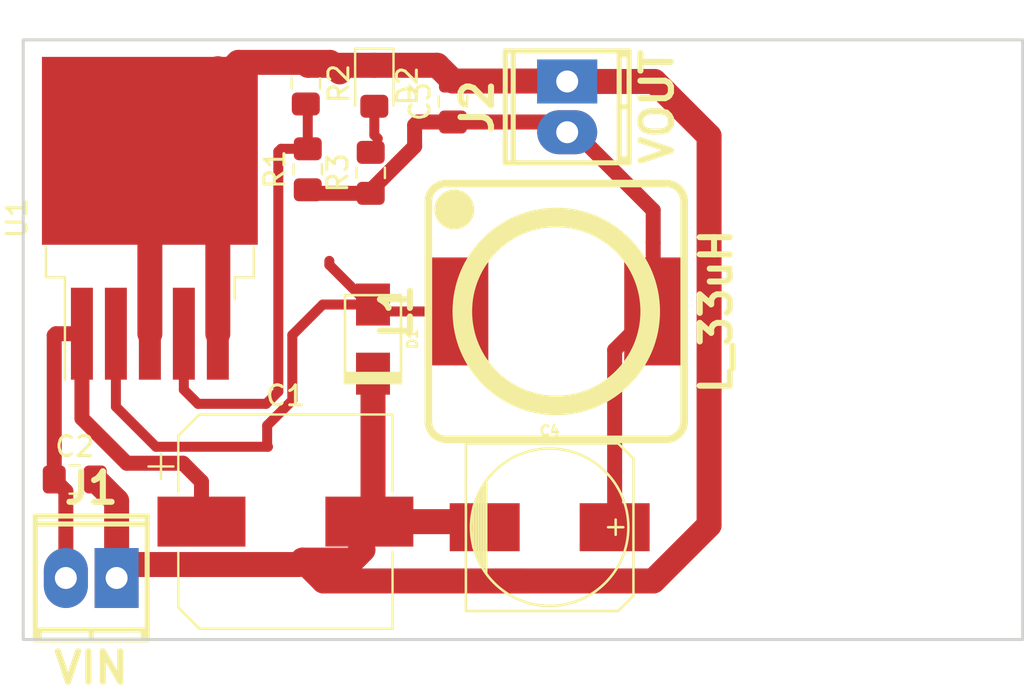
<source format=kicad_pcb>
(kicad_pcb (version 20171130) (host pcbnew 5.0.1-33cea8e~68~ubuntu18.04.1)

  (general
    (thickness 1.6)
    (drawings 4)
    (tracks 80)
    (zones 0)
    (modules 13)
    (nets 7)
  )

  (page A4)
  (layers
    (0 F.Cu signal)
    (31 B.Cu signal)
    (32 B.Adhes user)
    (33 F.Adhes user)
    (34 B.Paste user)
    (35 F.Paste user)
    (36 B.SilkS user)
    (37 F.SilkS user)
    (38 B.Mask user)
    (39 F.Mask user)
    (40 Dwgs.User user)
    (41 Cmts.User user)
    (42 Eco1.User user)
    (43 Eco2.User user)
    (44 Edge.Cuts user)
    (45 Margin user)
    (46 B.CrtYd user)
    (47 F.CrtYd user)
    (48 B.Fab user)
    (49 F.Fab user)
  )

  (setup
    (last_trace_width 0.5)
    (trace_clearance 0.2)
    (zone_clearance 0.508)
    (zone_45_only no)
    (trace_min 0.2)
    (segment_width 0.2)
    (edge_width 0.15)
    (via_size 0.8)
    (via_drill 0.4)
    (via_min_size 0.4)
    (via_min_drill 0.3)
    (uvia_size 0.3)
    (uvia_drill 0.1)
    (uvias_allowed no)
    (uvia_min_size 0.2)
    (uvia_min_drill 0.1)
    (pcb_text_width 0.3)
    (pcb_text_size 1.5 1.5)
    (mod_edge_width 0.15)
    (mod_text_size 1 1)
    (mod_text_width 0.15)
    (pad_size 1.524 1.524)
    (pad_drill 0.762)
    (pad_to_mask_clearance 0.051)
    (solder_mask_min_width 0.25)
    (aux_axis_origin 0 0)
    (visible_elements FFF9FFFF)
    (pcbplotparams
      (layerselection 0x010fc_ffffffff)
      (usegerberextensions false)
      (usegerberattributes false)
      (usegerberadvancedattributes false)
      (creategerberjobfile false)
      (excludeedgelayer true)
      (linewidth 0.100000)
      (plotframeref false)
      (viasonmask false)
      (mode 1)
      (useauxorigin false)
      (hpglpennumber 1)
      (hpglpenspeed 20)
      (hpglpendiameter 15.000000)
      (psnegative false)
      (psa4output false)
      (plotreference true)
      (plotvalue true)
      (plotinvisibletext false)
      (padsonsilk false)
      (subtractmaskfromsilk false)
      (outputformat 1)
      (mirror false)
      (drillshape 1)
      (scaleselection 1)
      (outputdirectory ""))
  )

  (net 0 "")
  (net 1 VOUT)
  (net 2 GND)
  (net 3 "Net-(D1-Pad1)")
  (net 4 "Net-(R1-Pad2)")
  (net 5 VIN)
  (net 6 "Net-(D2-Pad2)")

  (net_class Default "This is the default net class."
    (clearance 0.2)
    (trace_width 0.5)
    (via_dia 0.8)
    (via_drill 0.4)
    (uvia_dia 0.3)
    (uvia_drill 0.1)
    (add_net "Net-(D1-Pad1)")
    (add_net "Net-(D2-Pad2)")
    (add_net "Net-(R1-Pad2)")
  )

  (net_class GND ""
    (clearance 0.2)
    (trace_width 1.25)
    (via_dia 1.5)
    (via_drill 0.4)
    (uvia_dia 0.3)
    (uvia_drill 0.1)
    (add_net GND)
  )

  (net_class PWR ""
    (clearance 0.2)
    (trace_width 0.75)
    (via_dia 1)
    (via_drill 0.4)
    (uvia_dia 0.3)
    (uvia_drill 0.1)
    (add_net VIN)
    (add_net VOUT)
  )

  (module footprint-lib:mpt_0,5%2f2-2,54 (layer F.Cu) (tedit 5BD437F9) (tstamp 5BD44226)
    (at 42.2148 18.3515 90)
    (descr "2-way 2.54mm pitch terminal block, Phoenix MPT series")
    (path /5BD4A6A9)
    (fp_text reference J2 (at 0 -4.50088 90) (layer F.SilkS)
      (effects (font (size 1.524 1.524) (thickness 0.3048)))
    )
    (fp_text value VOUT (at 0 4.50088 90) (layer F.SilkS)
      (effects (font (size 1.524 1.524) (thickness 0.3048)))
    )
    (fp_line (start 2.79908 2.60096) (end -2.79908 2.60096) (layer F.SilkS) (width 0.254))
    (fp_line (start -2.60096 3.0988) (end -2.60096 2.60096) (layer F.SilkS) (width 0.254))
    (fp_line (start 2.60096 2.60096) (end 2.60096 3.0988) (layer F.SilkS) (width 0.254))
    (fp_line (start 0 3.0988) (end 0 2.60096) (layer F.SilkS) (width 0.254))
    (fp_line (start -2.79908 -2.70002) (end 2.79908 -2.70002) (layer F.SilkS) (width 0.254))
    (fp_line (start -2.79908 3.0988) (end 2.79908 3.0988) (layer F.SilkS) (width 0.254))
    (fp_line (start 2.79908 3.0988) (end 2.79908 -3.0988) (layer F.SilkS) (width 0.254))
    (fp_line (start 2.79908 -3.0988) (end -2.79908 -3.0988) (layer F.SilkS) (width 0.254))
    (fp_line (start -2.79908 -3.0988) (end -2.79908 3.0988) (layer F.SilkS) (width 0.254))
    (pad 2 thru_hole oval (at -1.27 0 90) (size 2.2 3) (drill 1.09728) (layers *.Cu *.Mask)
      (net 1 VOUT))
    (pad 1 thru_hole rect (at 1.27 0 90) (size 2.2 3) (drill 1.09728) (layers *.Cu *.Mask)
      (net 2 GND))
    (model ${HOME}/_workspace/kicad/kicad_library/smisioto-footprints/modules/packages3d/walter/conn_mpt/mpt_0,5-2-2,54.wrl
      (at (xyz 0 0 0))
      (scale (xyz 1 1 1))
      (rotate (xyz 0 0 0))
    )
  )

  (module footprint-lib:mpt_0,5%2f2-2,54 (layer F.Cu) (tedit 5BD437F9) (tstamp 5BD44250)
    (at 18.4023 41.9227)
    (descr "2-way 2.54mm pitch terminal block, Phoenix MPT series")
    (path /5BD4A65B)
    (fp_text reference J1 (at 0 -4.50088) (layer F.SilkS)
      (effects (font (size 1.524 1.524) (thickness 0.3048)))
    )
    (fp_text value VIN (at 0 4.50088) (layer F.SilkS)
      (effects (font (size 1.524 1.524) (thickness 0.3048)))
    )
    (fp_line (start 2.79908 2.60096) (end -2.79908 2.60096) (layer F.SilkS) (width 0.254))
    (fp_line (start -2.60096 3.0988) (end -2.60096 2.60096) (layer F.SilkS) (width 0.254))
    (fp_line (start 2.60096 2.60096) (end 2.60096 3.0988) (layer F.SilkS) (width 0.254))
    (fp_line (start 0 3.0988) (end 0 2.60096) (layer F.SilkS) (width 0.254))
    (fp_line (start -2.79908 -2.70002) (end 2.79908 -2.70002) (layer F.SilkS) (width 0.254))
    (fp_line (start -2.79908 3.0988) (end 2.79908 3.0988) (layer F.SilkS) (width 0.254))
    (fp_line (start 2.79908 3.0988) (end 2.79908 -3.0988) (layer F.SilkS) (width 0.254))
    (fp_line (start 2.79908 -3.0988) (end -2.79908 -3.0988) (layer F.SilkS) (width 0.254))
    (fp_line (start -2.79908 -3.0988) (end -2.79908 3.0988) (layer F.SilkS) (width 0.254))
    (pad 2 thru_hole oval (at -1.27 0) (size 2.2 3) (drill 1.09728) (layers *.Cu *.Mask)
      (net 5 VIN))
    (pad 1 thru_hole rect (at 1.27 0) (size 2.2 3) (drill 1.09728) (layers *.Cu *.Mask)
      (net 2 GND))
    (model ${HOME}/_workspace/kicad/kicad_library/smisioto-footprints/modules/packages3d/walter/conn_mpt/mpt_0,5-2-2,54.wrl
      (at (xyz 0 0 0))
      (scale (xyz 1 1 1))
      (rotate (xyz 0 0 0))
    )
  )

  (module Resistor_SMD:R_0805_2012Metric_Pad1.15x1.40mm_HandSolder (layer F.Cu) (tedit 5B36C52B) (tstamp 5BE26242)
    (at 32.385 21.6535 90)
    (descr "Resistor SMD 0805 (2012 Metric), square (rectangular) end terminal, IPC_7351 nominal with elongated pad for handsoldering. (Body size source: https://docs.google.com/spreadsheets/d/1BsfQQcO9C6DZCsRaXUlFlo91Tg2WpOkGARC1WS5S8t0/edit?usp=sharing), generated with kicad-footprint-generator")
    (tags "resistor handsolder")
    (path /5BD4595D)
    (attr smd)
    (fp_text reference R3 (at 0 -1.65 90) (layer F.SilkS)
      (effects (font (size 1 1) (thickness 0.15)))
    )
    (fp_text value R511 (at 0 1.65 90) (layer F.Fab)
      (effects (font (size 1 1) (thickness 0.15)))
    )
    (fp_line (start -1 0.6) (end -1 -0.6) (layer F.Fab) (width 0.1))
    (fp_line (start -1 -0.6) (end 1 -0.6) (layer F.Fab) (width 0.1))
    (fp_line (start 1 -0.6) (end 1 0.6) (layer F.Fab) (width 0.1))
    (fp_line (start 1 0.6) (end -1 0.6) (layer F.Fab) (width 0.1))
    (fp_line (start -0.261252 -0.71) (end 0.261252 -0.71) (layer F.SilkS) (width 0.12))
    (fp_line (start -0.261252 0.71) (end 0.261252 0.71) (layer F.SilkS) (width 0.12))
    (fp_line (start -1.85 0.95) (end -1.85 -0.95) (layer F.CrtYd) (width 0.05))
    (fp_line (start -1.85 -0.95) (end 1.85 -0.95) (layer F.CrtYd) (width 0.05))
    (fp_line (start 1.85 -0.95) (end 1.85 0.95) (layer F.CrtYd) (width 0.05))
    (fp_line (start 1.85 0.95) (end -1.85 0.95) (layer F.CrtYd) (width 0.05))
    (fp_text user %R (at 0 0 90) (layer F.Fab)
      (effects (font (size 0.5 0.5) (thickness 0.08)))
    )
    (pad 1 smd roundrect (at -1.025 0 90) (size 1.15 1.4) (layers F.Cu F.Paste F.Mask) (roundrect_rratio 0.217391)
      (net 1 VOUT))
    (pad 2 smd roundrect (at 1.025 0 90) (size 1.15 1.4) (layers F.Cu F.Paste F.Mask) (roundrect_rratio 0.217391)
      (net 6 "Net-(D2-Pad2)"))
    (model ${KISYS3DMOD}/Resistor_SMD.3dshapes/R_0805_2012Metric.wrl
      (at (xyz 0 0 0))
      (scale (xyz 1 1 1))
      (rotate (xyz 0 0 0))
    )
  )

  (module LED_SMD:LED_0805_2012Metric_Pad1.15x1.40mm_HandSolder (layer F.Cu) (tedit 5B4B45C9) (tstamp 5BE258AD)
    (at 32.565526 17.297363 270)
    (descr "LED SMD 0805 (2012 Metric), square (rectangular) end terminal, IPC_7351 nominal, (Body size source: https://docs.google.com/spreadsheets/d/1BsfQQcO9C6DZCsRaXUlFlo91Tg2WpOkGARC1WS5S8t0/edit?usp=sharing), generated with kicad-footprint-generator")
    (tags "LED handsolder")
    (path /5BD45A8B)
    (attr smd)
    (fp_text reference D2 (at 0 -1.65 270) (layer F.SilkS)
      (effects (font (size 1 1) (thickness 0.15)))
    )
    (fp_text value LED_GREEN (at 0 1.65 270) (layer F.Fab)
      (effects (font (size 1 1) (thickness 0.15)))
    )
    (fp_line (start 1 -0.6) (end -0.7 -0.6) (layer F.Fab) (width 0.1))
    (fp_line (start -0.7 -0.6) (end -1 -0.3) (layer F.Fab) (width 0.1))
    (fp_line (start -1 -0.3) (end -1 0.6) (layer F.Fab) (width 0.1))
    (fp_line (start -1 0.6) (end 1 0.6) (layer F.Fab) (width 0.1))
    (fp_line (start 1 0.6) (end 1 -0.6) (layer F.Fab) (width 0.1))
    (fp_line (start 1 -0.96) (end -1.86 -0.96) (layer F.SilkS) (width 0.12))
    (fp_line (start -1.86 -0.96) (end -1.86 0.96) (layer F.SilkS) (width 0.12))
    (fp_line (start -1.86 0.96) (end 1 0.96) (layer F.SilkS) (width 0.12))
    (fp_line (start -1.85 0.95) (end -1.85 -0.95) (layer F.CrtYd) (width 0.05))
    (fp_line (start -1.85 -0.95) (end 1.85 -0.95) (layer F.CrtYd) (width 0.05))
    (fp_line (start 1.85 -0.95) (end 1.85 0.95) (layer F.CrtYd) (width 0.05))
    (fp_line (start 1.85 0.95) (end -1.85 0.95) (layer F.CrtYd) (width 0.05))
    (fp_text user %R (at 0 0 270) (layer F.Fab)
      (effects (font (size 0.5 0.5) (thickness 0.08)))
    )
    (pad 1 smd roundrect (at -1.025 0 270) (size 1.15 1.4) (layers F.Cu F.Paste F.Mask) (roundrect_rratio 0.217391)
      (net 2 GND))
    (pad 2 smd roundrect (at 1.025 0 270) (size 1.15 1.4) (layers F.Cu F.Paste F.Mask) (roundrect_rratio 0.217391)
      (net 6 "Net-(D2-Pad2)"))
    (model ${KISYS3DMOD}/LED_SMD.3dshapes/LED_0805_2012Metric.wrl
      (at (xyz 0 0 0))
      (scale (xyz 1 1 1))
      (rotate (xyz 0 0 0))
    )
  )

  (module Capacitor_SMD:CP_Elec_10x10.5 (layer F.Cu) (tedit 5A841F9D) (tstamp 5BD44293)
    (at 28.1178 39.1033)
    (descr "SMT capacitor, aluminium electrolytic, 10x10, Vishay 1010 http://www.vishay.com/docs/28395/150crz.pdf")
    (tags "Capacitor Electrolytic")
    (path /5BD3A874)
    (attr smd)
    (fp_text reference C1 (at 0 -6.3) (layer F.SilkS)
      (effects (font (size 1 1) (thickness 0.15)))
    )
    (fp_text value CP100uf,63V (at 0 6.3) (layer F.Fab)
      (effects (font (size 1 1) (thickness 0.15)))
    )
    (fp_circle (center 0 0) (end 5 0) (layer F.Fab) (width 0.1))
    (fp_line (start 5.25 -5.25) (end 5.25 5.25) (layer F.Fab) (width 0.1))
    (fp_line (start -4.25 -5.25) (end 5.25 -5.25) (layer F.Fab) (width 0.1))
    (fp_line (start -4.25 5.25) (end 5.25 5.25) (layer F.Fab) (width 0.1))
    (fp_line (start -5.25 -4.25) (end -5.25 4.25) (layer F.Fab) (width 0.1))
    (fp_line (start -5.25 -4.25) (end -4.25 -5.25) (layer F.Fab) (width 0.1))
    (fp_line (start -5.25 4.25) (end -4.25 5.25) (layer F.Fab) (width 0.1))
    (fp_line (start -4.558325 -1.7) (end -3.558325 -1.7) (layer F.Fab) (width 0.1))
    (fp_line (start -4.058325 -2.2) (end -4.058325 -1.2) (layer F.Fab) (width 0.1))
    (fp_line (start 5.36 5.36) (end 5.36 1.51) (layer F.SilkS) (width 0.12))
    (fp_line (start 5.36 -5.36) (end 5.36 -1.51) (layer F.SilkS) (width 0.12))
    (fp_line (start -4.295563 -5.36) (end 5.36 -5.36) (layer F.SilkS) (width 0.12))
    (fp_line (start -4.295563 5.36) (end 5.36 5.36) (layer F.SilkS) (width 0.12))
    (fp_line (start -5.36 4.295563) (end -5.36 1.51) (layer F.SilkS) (width 0.12))
    (fp_line (start -5.36 -4.295563) (end -5.36 -1.51) (layer F.SilkS) (width 0.12))
    (fp_line (start -5.36 -4.295563) (end -4.295563 -5.36) (layer F.SilkS) (width 0.12))
    (fp_line (start -5.36 4.295563) (end -4.295563 5.36) (layer F.SilkS) (width 0.12))
    (fp_line (start -6.85 -2.76) (end -5.6 -2.76) (layer F.SilkS) (width 0.12))
    (fp_line (start -6.225 -3.385) (end -6.225 -2.135) (layer F.SilkS) (width 0.12))
    (fp_line (start 5.5 -5.5) (end 5.5 -1.5) (layer F.CrtYd) (width 0.05))
    (fp_line (start 5.5 -1.5) (end 6.65 -1.5) (layer F.CrtYd) (width 0.05))
    (fp_line (start 6.65 -1.5) (end 6.65 1.5) (layer F.CrtYd) (width 0.05))
    (fp_line (start 6.65 1.5) (end 5.5 1.5) (layer F.CrtYd) (width 0.05))
    (fp_line (start 5.5 1.5) (end 5.5 5.5) (layer F.CrtYd) (width 0.05))
    (fp_line (start -4.35 5.5) (end 5.5 5.5) (layer F.CrtYd) (width 0.05))
    (fp_line (start -4.35 -5.5) (end 5.5 -5.5) (layer F.CrtYd) (width 0.05))
    (fp_line (start -5.5 4.35) (end -4.35 5.5) (layer F.CrtYd) (width 0.05))
    (fp_line (start -5.5 -4.35) (end -4.35 -5.5) (layer F.CrtYd) (width 0.05))
    (fp_line (start -5.5 -4.35) (end -5.5 -1.5) (layer F.CrtYd) (width 0.05))
    (fp_line (start -5.5 1.5) (end -5.5 4.35) (layer F.CrtYd) (width 0.05))
    (fp_line (start -5.5 -1.5) (end -6.65 -1.5) (layer F.CrtYd) (width 0.05))
    (fp_line (start -6.65 -1.5) (end -6.65 1.5) (layer F.CrtYd) (width 0.05))
    (fp_line (start -6.65 1.5) (end -5.5 1.5) (layer F.CrtYd) (width 0.05))
    (fp_text user %R (at 0 0) (layer F.Fab)
      (effects (font (size 1 1) (thickness 0.15)))
    )
    (pad 1 smd rect (at -4.2 0) (size 4.4 2.5) (layers F.Cu F.Paste F.Mask)
      (net 5 VIN))
    (pad 2 smd rect (at 4.2 0) (size 4.4 2.5) (layers F.Cu F.Paste F.Mask)
      (net 2 GND))
    (model ${KISYS3DMOD}/Capacitor_SMD.3dshapes/CP_Elec_10x10.5.wrl
      (at (xyz 0 0 0))
      (scale (xyz 1 1 1))
      (rotate (xyz 0 0 0))
    )
  )

  (module Capacitor_SMD:C_0805_2012Metric_Pad1.15x1.40mm_HandSolder (layer F.Cu) (tedit 5B36C52B) (tstamp 5BD443F0)
    (at 36.4998 18.0848 90)
    (descr "Capacitor SMD 0805 (2012 Metric), square (rectangular) end terminal, IPC_7351 nominal with elongated pad for handsoldering. (Body size source: https://docs.google.com/spreadsheets/d/1BsfQQcO9C6DZCsRaXUlFlo91Tg2WpOkGARC1WS5S8t0/edit?usp=sharing), generated with kicad-footprint-generator")
    (tags "capacitor handsolder")
    (path /5BD42825)
    (attr smd)
    (fp_text reference C3 (at 0 -1.65 90) (layer F.SilkS)
      (effects (font (size 1 1) (thickness 0.15)))
    )
    (fp_text value C103 (at 0 1.65 90) (layer F.Fab)
      (effects (font (size 1 1) (thickness 0.15)))
    )
    (fp_text user %R (at 0 0 90) (layer F.Fab)
      (effects (font (size 0.5 0.5) (thickness 0.08)))
    )
    (fp_line (start 1.85 0.95) (end -1.85 0.95) (layer F.CrtYd) (width 0.05))
    (fp_line (start 1.85 -0.95) (end 1.85 0.95) (layer F.CrtYd) (width 0.05))
    (fp_line (start -1.85 -0.95) (end 1.85 -0.95) (layer F.CrtYd) (width 0.05))
    (fp_line (start -1.85 0.95) (end -1.85 -0.95) (layer F.CrtYd) (width 0.05))
    (fp_line (start -0.261252 0.71) (end 0.261252 0.71) (layer F.SilkS) (width 0.12))
    (fp_line (start -0.261252 -0.71) (end 0.261252 -0.71) (layer F.SilkS) (width 0.12))
    (fp_line (start 1 0.6) (end -1 0.6) (layer F.Fab) (width 0.1))
    (fp_line (start 1 -0.6) (end 1 0.6) (layer F.Fab) (width 0.1))
    (fp_line (start -1 -0.6) (end 1 -0.6) (layer F.Fab) (width 0.1))
    (fp_line (start -1 0.6) (end -1 -0.6) (layer F.Fab) (width 0.1))
    (pad 2 smd roundrect (at 1.025 0 90) (size 1.15 1.4) (layers F.Cu F.Paste F.Mask) (roundrect_rratio 0.217391)
      (net 2 GND))
    (pad 1 smd roundrect (at -1.025 0 90) (size 1.15 1.4) (layers F.Cu F.Paste F.Mask) (roundrect_rratio 0.217391)
      (net 1 VOUT))
    (model ${KISYS3DMOD}/Capacitor_SMD.3dshapes/C_0805_2012Metric.wrl
      (at (xyz 0 0 0))
      (scale (xyz 1 1 1))
      (rotate (xyz 0 0 0))
    )
  )

  (module Capacitor_SMD:C_0805_2012Metric_Pad1.15x1.40mm_HandSolder (layer F.Cu) (tedit 5B36C52B) (tstamp 5BD44420)
    (at 17.5768 36.9951)
    (descr "Capacitor SMD 0805 (2012 Metric), square (rectangular) end terminal, IPC_7351 nominal with elongated pad for handsoldering. (Body size source: https://docs.google.com/spreadsheets/d/1BsfQQcO9C6DZCsRaXUlFlo91Tg2WpOkGARC1WS5S8t0/edit?usp=sharing), generated with kicad-footprint-generator")
    (tags "capacitor handsolder")
    (path /5BD3AB56)
    (attr smd)
    (fp_text reference C2 (at 0 -1.65) (layer F.SilkS)
      (effects (font (size 1 1) (thickness 0.15)))
    )
    (fp_text value C103 (at 0 1.65) (layer F.Fab)
      (effects (font (size 1 1) (thickness 0.15)))
    )
    (fp_line (start -1 0.6) (end -1 -0.6) (layer F.Fab) (width 0.1))
    (fp_line (start -1 -0.6) (end 1 -0.6) (layer F.Fab) (width 0.1))
    (fp_line (start 1 -0.6) (end 1 0.6) (layer F.Fab) (width 0.1))
    (fp_line (start 1 0.6) (end -1 0.6) (layer F.Fab) (width 0.1))
    (fp_line (start -0.261252 -0.71) (end 0.261252 -0.71) (layer F.SilkS) (width 0.12))
    (fp_line (start -0.261252 0.71) (end 0.261252 0.71) (layer F.SilkS) (width 0.12))
    (fp_line (start -1.85 0.95) (end -1.85 -0.95) (layer F.CrtYd) (width 0.05))
    (fp_line (start -1.85 -0.95) (end 1.85 -0.95) (layer F.CrtYd) (width 0.05))
    (fp_line (start 1.85 -0.95) (end 1.85 0.95) (layer F.CrtYd) (width 0.05))
    (fp_line (start 1.85 0.95) (end -1.85 0.95) (layer F.CrtYd) (width 0.05))
    (fp_text user %R (at 0 0 -180) (layer F.Fab)
      (effects (font (size 0.5 0.5) (thickness 0.08)))
    )
    (pad 1 smd roundrect (at -1.025 0) (size 1.15 1.4) (layers F.Cu F.Paste F.Mask) (roundrect_rratio 0.217391)
      (net 5 VIN))
    (pad 2 smd roundrect (at 1.025 0) (size 1.15 1.4) (layers F.Cu F.Paste F.Mask) (roundrect_rratio 0.217391)
      (net 2 GND))
    (model ${KISYS3DMOD}/Capacitor_SMD.3dshapes/C_0805_2012Metric.wrl
      (at (xyz 0 0 0))
      (scale (xyz 1 1 1))
      (rotate (xyz 0 0 0))
    )
  )

  (module Package_TO_SOT_SMD:TO-263-5_TabPin3 (layer F.Cu) (tedit 5A70FBB6) (tstamp 5BD44472)
    (at 21.336 23.9268 90)
    (descr "TO-263 / D2PAK / DDPAK SMD package, http://www.infineon.com/cms/en/product/packages/PG-TO263/PG-TO263-5-1/")
    (tags "D2PAK DDPAK TO-263 D2PAK-5 TO-263-5 SOT-426")
    (path /5BD391F5)
    (attr smd)
    (fp_text reference U1 (at 0 -6.65 90) (layer F.SilkS)
      (effects (font (size 1 1) (thickness 0.15)))
    )
    (fp_text value LM2596HVS (at 0 6.65 90) (layer F.Fab)
      (effects (font (size 1 1) (thickness 0.15)))
    )
    (fp_line (start 6.5 -5) (end 7.5 -5) (layer F.Fab) (width 0.1))
    (fp_line (start 7.5 -5) (end 7.5 5) (layer F.Fab) (width 0.1))
    (fp_line (start 7.5 5) (end 6.5 5) (layer F.Fab) (width 0.1))
    (fp_line (start 6.5 -5) (end 6.5 5) (layer F.Fab) (width 0.1))
    (fp_line (start 6.5 5) (end -2.75 5) (layer F.Fab) (width 0.1))
    (fp_line (start -2.75 5) (end -2.75 -4) (layer F.Fab) (width 0.1))
    (fp_line (start -2.75 -4) (end -1.75 -5) (layer F.Fab) (width 0.1))
    (fp_line (start -1.75 -5) (end 6.5 -5) (layer F.Fab) (width 0.1))
    (fp_line (start -2.75 -3.8) (end -7.45 -3.8) (layer F.Fab) (width 0.1))
    (fp_line (start -7.45 -3.8) (end -7.45 -3) (layer F.Fab) (width 0.1))
    (fp_line (start -7.45 -3) (end -2.75 -3) (layer F.Fab) (width 0.1))
    (fp_line (start -2.75 -2.1) (end -7.45 -2.1) (layer F.Fab) (width 0.1))
    (fp_line (start -7.45 -2.1) (end -7.45 -1.3) (layer F.Fab) (width 0.1))
    (fp_line (start -7.45 -1.3) (end -2.75 -1.3) (layer F.Fab) (width 0.1))
    (fp_line (start -2.75 -0.4) (end -7.45 -0.4) (layer F.Fab) (width 0.1))
    (fp_line (start -7.45 -0.4) (end -7.45 0.4) (layer F.Fab) (width 0.1))
    (fp_line (start -7.45 0.4) (end -2.75 0.4) (layer F.Fab) (width 0.1))
    (fp_line (start -2.75 1.3) (end -7.45 1.3) (layer F.Fab) (width 0.1))
    (fp_line (start -7.45 1.3) (end -7.45 2.1) (layer F.Fab) (width 0.1))
    (fp_line (start -7.45 2.1) (end -2.75 2.1) (layer F.Fab) (width 0.1))
    (fp_line (start -2.75 3) (end -7.45 3) (layer F.Fab) (width 0.1))
    (fp_line (start -7.45 3) (end -7.45 3.8) (layer F.Fab) (width 0.1))
    (fp_line (start -7.45 3.8) (end -2.75 3.8) (layer F.Fab) (width 0.1))
    (fp_line (start -1.45 -5.2) (end -2.95 -5.2) (layer F.SilkS) (width 0.12))
    (fp_line (start -2.95 -5.2) (end -2.95 -4.25) (layer F.SilkS) (width 0.12))
    (fp_line (start -2.95 -4.25) (end -8.075 -4.25) (layer F.SilkS) (width 0.12))
    (fp_line (start -1.45 5.2) (end -2.95 5.2) (layer F.SilkS) (width 0.12))
    (fp_line (start -2.95 5.2) (end -2.95 4.25) (layer F.SilkS) (width 0.12))
    (fp_line (start -2.95 4.25) (end -4.05 4.25) (layer F.SilkS) (width 0.12))
    (fp_line (start -8.32 -5.65) (end -8.32 5.65) (layer F.CrtYd) (width 0.05))
    (fp_line (start -8.32 5.65) (end 8.32 5.65) (layer F.CrtYd) (width 0.05))
    (fp_line (start 8.32 5.65) (end 8.32 -5.65) (layer F.CrtYd) (width 0.05))
    (fp_line (start 8.32 -5.65) (end -8.32 -5.65) (layer F.CrtYd) (width 0.05))
    (fp_text user %R (at 0 0 90) (layer F.Fab)
      (effects (font (size 1 1) (thickness 0.15)))
    )
    (pad 1 smd rect (at -5.775 -3.4 90) (size 4.6 1.1) (layers F.Cu F.Paste F.Mask)
      (net 5 VIN))
    (pad 2 smd rect (at -5.775 -1.7 90) (size 4.6 1.1) (layers F.Cu F.Paste F.Mask)
      (net 3 "Net-(D1-Pad1)"))
    (pad 3 smd rect (at -5.775 0 90) (size 4.6 1.1) (layers F.Cu F.Paste F.Mask)
      (net 2 GND))
    (pad 4 smd rect (at -5.775 1.7 90) (size 4.6 1.1) (layers F.Cu F.Paste F.Mask)
      (net 4 "Net-(R1-Pad2)"))
    (pad 5 smd rect (at -5.775 3.4 90) (size 4.6 1.1) (layers F.Cu F.Paste F.Mask)
      (net 2 GND))
    (pad 3 smd rect (at 3.375 0 90) (size 9.4 10.8) (layers F.Cu F.Mask)
      (net 2 GND))
    (pad "" smd rect (at 5.8 2.775 90) (size 4.55 5.25) (layers F.Paste))
    (pad "" smd rect (at 0.95 -2.775 90) (size 4.55 5.25) (layers F.Paste))
    (pad "" smd rect (at 5.8 -2.775 90) (size 4.55 5.25) (layers F.Paste))
    (pad "" smd rect (at 0.95 2.775 90) (size 4.55 5.25) (layers F.Paste))
    (model ${KISYS3DMOD}/Package_TO_SOT_SMD.3dshapes/TO-263-5_TabPin3.wrl
      (at (xyz 0 0 0))
      (scale (xyz 1 1 1))
      (rotate (xyz 0 0 0))
    )
  )

  (module Resistor_SMD:R_0805_2012Metric_Pad1.15x1.40mm_HandSolder (layer F.Cu) (tedit 5B36C52B) (tstamp 5BD444E0)
    (at 29.136526 17.183063 270)
    (descr "Resistor SMD 0805 (2012 Metric), square (rectangular) end terminal, IPC_7351 nominal with elongated pad for handsoldering. (Body size source: https://docs.google.com/spreadsheets/d/1BsfQQcO9C6DZCsRaXUlFlo91Tg2WpOkGARC1WS5S8t0/edit?usp=sharing), generated with kicad-footprint-generator")
    (tags "resistor handsolder")
    (path /5BD4141D)
    (attr smd)
    (fp_text reference R2 (at 0 -1.65 270) (layer F.SilkS)
      (effects (font (size 1 1) (thickness 0.15)))
    )
    (fp_text value R331 (at 0 1.65 270) (layer F.Fab)
      (effects (font (size 1 1) (thickness 0.15)))
    )
    (fp_text user %R (at 0 0 270) (layer F.Fab)
      (effects (font (size 0.5 0.5) (thickness 0.08)))
    )
    (fp_line (start 1.85 0.95) (end -1.85 0.95) (layer F.CrtYd) (width 0.05))
    (fp_line (start 1.85 -0.95) (end 1.85 0.95) (layer F.CrtYd) (width 0.05))
    (fp_line (start -1.85 -0.95) (end 1.85 -0.95) (layer F.CrtYd) (width 0.05))
    (fp_line (start -1.85 0.95) (end -1.85 -0.95) (layer F.CrtYd) (width 0.05))
    (fp_line (start -0.261252 0.71) (end 0.261252 0.71) (layer F.SilkS) (width 0.12))
    (fp_line (start -0.261252 -0.71) (end 0.261252 -0.71) (layer F.SilkS) (width 0.12))
    (fp_line (start 1 0.6) (end -1 0.6) (layer F.Fab) (width 0.1))
    (fp_line (start 1 -0.6) (end 1 0.6) (layer F.Fab) (width 0.1))
    (fp_line (start -1 -0.6) (end 1 -0.6) (layer F.Fab) (width 0.1))
    (fp_line (start -1 0.6) (end -1 -0.6) (layer F.Fab) (width 0.1))
    (pad 2 smd roundrect (at 1.025 0 270) (size 1.15 1.4) (layers F.Cu F.Paste F.Mask) (roundrect_rratio 0.217391)
      (net 4 "Net-(R1-Pad2)"))
    (pad 1 smd roundrect (at -1.025 0 270) (size 1.15 1.4) (layers F.Cu F.Paste F.Mask) (roundrect_rratio 0.217391)
      (net 2 GND))
    (model ${KISYS3DMOD}/Resistor_SMD.3dshapes/R_0805_2012Metric.wrl
      (at (xyz 0 0 0))
      (scale (xyz 1 1 1))
      (rotate (xyz 0 0 0))
    )
  )

  (module Resistor_SMD:R_0805_2012Metric_Pad1.15x1.40mm_HandSolder (layer F.Cu) (tedit 5B36C52B) (tstamp 5BD44300)
    (at 29.2354 21.4757 90)
    (descr "Resistor SMD 0805 (2012 Metric), square (rectangular) end terminal, IPC_7351 nominal with elongated pad for handsoldering. (Body size source: https://docs.google.com/spreadsheets/d/1BsfQQcO9C6DZCsRaXUlFlo91Tg2WpOkGARC1WS5S8t0/edit?usp=sharing), generated with kicad-footprint-generator")
    (tags "resistor handsolder")
    (path /5BD424C3)
    (attr smd)
    (fp_text reference R1 (at 0 -1.65 90) (layer F.SilkS)
      (effects (font (size 1 1) (thickness 0.15)))
    )
    (fp_text value RVAR (at 0 1.65 90) (layer F.Fab)
      (effects (font (size 1 1) (thickness 0.15)))
    )
    (fp_line (start -1 0.6) (end -1 -0.6) (layer F.Fab) (width 0.1))
    (fp_line (start -1 -0.6) (end 1 -0.6) (layer F.Fab) (width 0.1))
    (fp_line (start 1 -0.6) (end 1 0.6) (layer F.Fab) (width 0.1))
    (fp_line (start 1 0.6) (end -1 0.6) (layer F.Fab) (width 0.1))
    (fp_line (start -0.261252 -0.71) (end 0.261252 -0.71) (layer F.SilkS) (width 0.12))
    (fp_line (start -0.261252 0.71) (end 0.261252 0.71) (layer F.SilkS) (width 0.12))
    (fp_line (start -1.85 0.95) (end -1.85 -0.95) (layer F.CrtYd) (width 0.05))
    (fp_line (start -1.85 -0.95) (end 1.85 -0.95) (layer F.CrtYd) (width 0.05))
    (fp_line (start 1.85 -0.95) (end 1.85 0.95) (layer F.CrtYd) (width 0.05))
    (fp_line (start 1.85 0.95) (end -1.85 0.95) (layer F.CrtYd) (width 0.05))
    (fp_text user %R (at 0.000001 0.000001 90) (layer F.Fab)
      (effects (font (size 0.5 0.5) (thickness 0.08)))
    )
    (pad 1 smd roundrect (at -1.025 0 90) (size 1.15 1.4) (layers F.Cu F.Paste F.Mask) (roundrect_rratio 0.217391)
      (net 1 VOUT))
    (pad 2 smd roundrect (at 1.025 0 90) (size 1.15 1.4) (layers F.Cu F.Paste F.Mask) (roundrect_rratio 0.217391)
      (net 4 "Net-(R1-Pad2)"))
    (model ${KISYS3DMOD}/Resistor_SMD.3dshapes/R_0805_2012Metric.wrl
      (at (xyz 0 0 0))
      (scale (xyz 1 1 1))
      (rotate (xyz 0 0 0))
    )
  )

  (module w_smd_cap:c_elec_8x10.5 (layer F.Cu) (tedit 0) (tstamp 5BD443A0)
    (at 41.3385 39.3827)
    (descr "SMT capacitor, aluminium electrolytic, 8x10.5")
    (path /5BD4265B)
    (fp_text reference C4 (at 0 -4.826) (layer F.SilkS)
      (effects (font (size 0.50038 0.50038) (thickness 0.11938)))
    )
    (fp_text value CP220uf,35V (at 0 4.826) (layer F.SilkS) hide
      (effects (font (size 0.50038 0.50038) (thickness 0.11938)))
    )
    (fp_line (start -3.81 -1.016) (end -3.81 1.016) (layer F.SilkS) (width 0.127))
    (fp_line (start -3.683 1.397) (end -3.683 -1.397) (layer F.SilkS) (width 0.127))
    (fp_line (start -3.556 -1.651) (end -3.556 1.651) (layer F.SilkS) (width 0.127))
    (fp_line (start -3.429 1.905) (end -3.429 -1.905) (layer F.SilkS) (width 0.127))
    (fp_line (start -3.302 2.032) (end -3.302 -2.032) (layer F.SilkS) (width 0.127))
    (fp_line (start -3.175 -2.286) (end -3.175 2.286) (layer F.SilkS) (width 0.127))
    (fp_circle (center 0 0) (end 3.937 0) (layer F.SilkS) (width 0.127))
    (fp_line (start -4.191 -4.191) (end -4.191 4.191) (layer F.SilkS) (width 0.127))
    (fp_line (start -4.191 4.191) (end 3.429 4.191) (layer F.SilkS) (width 0.127))
    (fp_line (start 3.429 4.191) (end 4.191 3.429) (layer F.SilkS) (width 0.127))
    (fp_line (start 4.191 3.429) (end 4.191 -3.429) (layer F.SilkS) (width 0.127))
    (fp_line (start 4.191 -3.429) (end 3.429 -4.191) (layer F.SilkS) (width 0.127))
    (fp_line (start 3.429 -4.191) (end -4.191 -4.191) (layer F.SilkS) (width 0.127))
    (fp_line (start 3.683 0) (end 2.921 0) (layer F.SilkS) (width 0.127))
    (fp_line (start 3.302 -0.381) (end 3.302 0.381) (layer F.SilkS) (width 0.127))
    (pad 1 smd rect (at 3.2512 0) (size 3.50012 2.4003) (layers F.Cu F.Paste F.Mask)
      (net 1 VOUT))
    (pad 2 smd rect (at -3.2512 0) (size 3.50012 2.4003) (layers F.Cu F.Paste F.Mask)
      (net 2 GND))
    (model ${HOME}/_workspace/kicad/kicad_library/smisioto-footprints/modules/packages3d/walter/smd_cap/c_elec_8x10_5.wrl
      (at (xyz 0 0 0))
      (scale (xyz 1 1 1))
      (rotate (xyz 0 0 0))
    )
  )

  (module w_smd_diode:do214ac (layer F.Cu) (tedit 0) (tstamp 5BD441F9)
    (at 32.4993 29.972 270)
    (descr DO214AC)
    (path /5BD40B9F)
    (fp_text reference D1 (at 0 -1.9685 270) (layer F.SilkS)
      (effects (font (size 0.50038 0.50038) (thickness 0.11938)))
    )
    (fp_text value 1N5824 (at 0 1.9685 270) (layer F.SilkS) hide
      (effects (font (size 0.50038 0.50038) (thickness 0.11938)))
    )
    (fp_line (start 2.10058 1.39954) (end 2.10058 -1.39954) (layer F.SilkS) (width 0.127))
    (fp_line (start 1.99898 -1.39954) (end 1.99898 1.39954) (layer F.SilkS) (width 0.127))
    (fp_line (start 1.89992 1.39954) (end 1.89992 -1.39954) (layer F.SilkS) (width 0.127))
    (fp_line (start 1.80086 -1.39954) (end 1.80086 1.39954) (layer F.SilkS) (width 0.127))
    (fp_line (start 1.69926 -1.39954) (end 1.69926 1.39954) (layer F.SilkS) (width 0.127))
    (fp_line (start 2.19964 -1.39954) (end -2.19964 -1.39954) (layer F.SilkS) (width 0.127))
    (fp_line (start -2.19964 -1.39954) (end -2.19964 1.39954) (layer F.SilkS) (width 0.127))
    (fp_line (start -2.19964 1.39954) (end 2.19964 1.39954) (layer F.SilkS) (width 0.127))
    (fp_line (start 2.19964 1.39954) (end 2.19964 -1.39954) (layer F.SilkS) (width 0.127))
    (pad 2 smd rect (at 1.72974 0 270) (size 2.10058 1.69926) (layers F.Cu F.Paste F.Mask)
      (net 2 GND))
    (pad 1 smd rect (at -1.72974 0 270) (size 2.10058 1.69926) (layers F.Cu F.Paste F.Mask)
      (net 3 "Net-(D1-Pad1)"))
    (model ${HOME}/_workspace/kicad/kicad_library/smisioto-footprints/modules/packages3d/walter/smd_diode/do214ac.wrl
      (at (xyz 0 0 0))
      (scale (xyz 1 1 1))
      (rotate (xyz 0 0 0))
    )
  )

  (module w_smd_inductors:inductor_smd_12.5x7.5mm (layer F.Cu) (tedit 5B631280) (tstamp 5BE2FAEA)
    (at 41.6687 28.5877 90)
    (descr "Inductor SMD, 12.5mm x h.7.5mm, Bourns SRR1280")
    (path /5BD412A6)
    (fp_text reference L1 (at 0 -8 90) (layer F.SilkS)
      (effects (font (size 1.5 1.5) (thickness 0.3)))
    )
    (fp_text value L_33uH (at 0 8 90) (layer F.SilkS)
      (effects (font (size 1.5 1.5) (thickness 0.3)))
    )
    (fp_line (start -5.5 -6.4) (end 5.5 -6.4) (layer F.SilkS) (width 0.381))
    (fp_line (start 6.4 -5.5) (end 6.4 5.5) (layer F.SilkS) (width 0.381))
    (fp_line (start -5.5 6.4) (end 5.5 6.4) (layer F.SilkS) (width 0.381))
    (fp_line (start -6.4 5.5) (end -6.4 -5.5) (layer F.SilkS) (width 0.381))
    (fp_circle (center 0 0) (end 5 0) (layer F.SilkS) (width 0.381))
    (fp_arc (start -5.5 -5.5) (end -6.4 -5.5) (angle 90) (layer F.SilkS) (width 0.381))
    (fp_arc (start 5.5 -5.5) (end 5.5 -6.4) (angle 90) (layer F.SilkS) (width 0.381))
    (fp_arc (start 5.5 5.5) (end 6.4 5.5) (angle 90) (layer F.SilkS) (width 0.381))
    (fp_arc (start -5.5 5.5) (end -5.5 6.4) (angle 90) (layer F.SilkS) (width 0.381))
    (fp_circle (center 0 0) (end 4.7 0) (layer F.SilkS) (width 0.381))
    (fp_circle (center 0 0) (end 4.4 0) (layer F.SilkS) (width 0.381))
    (fp_circle (center 5.1 -5.1) (end 5.6 -5.1) (layer F.SilkS) (width 0.381))
    (fp_circle (center 5.1 -5.1) (end 5.9 -5) (layer F.SilkS) (width 0.381))
    (fp_circle (center 5.1 -5.1) (end 5.3 -5.1) (layer F.SilkS) (width 0.381))
    (pad 2 smd rect (at 0 4.85 90) (size 5.4 2.9) (layers F.Cu F.Paste F.Mask)
      (net 1 VOUT))
    (pad 1 smd rect (at 0 -4.85 90) (size 5.4 2.9) (layers F.Cu F.Paste F.Mask)
      (net 3 "Net-(D1-Pad1)"))
    (model ${HOME}/_workspace/kicad/kicad_library/smisioto-footprints/modules/packages3d/walter/smd_inductors/inductor_smd_12.5x7.5mm.wrl
      (at (xyz 0 0 0))
      (scale (xyz 1 1 1))
      (rotate (xyz 0 0 0))
    )
  )

  (gr_line (start 65 15) (end 15 15) (layer Edge.Cuts) (width 0.15) (tstamp 5BD442EB))
  (gr_line (start 65 45) (end 65 15) (layer Edge.Cuts) (width 0.15))
  (gr_line (start 15 45) (end 65 45) (layer Edge.Cuts) (width 0.15))
  (gr_line (start 15 15) (end 15 45) (layer Edge.Cuts) (width 0.15) (tstamp 5BD443D8))

  (segment (start 25.2726 18.19) (end 21.8726 21.59) (width 1.25) (layer F.Cu) (net 2) (status 30))
  (segment (start 28.7618 41.2496) (end 28.9814 41.03) (width 1.25) (layer F.Cu) (net 2))
  (segment (start 19.786599 41.2496) (end 28.7618 41.2496) (width 1.25) (layer F.Cu) (net 2) (status 10))
  (segment (start 28.9814 41.03) (end 30.022801 42.071401) (width 1.25) (layer F.Cu) (net 2))
  (segment (start 31.4814 41.03) (end 28.9814 41.03) (width 1.25) (layer F.Cu) (net 2))
  (segment (start 32.0003 40.5111) (end 31.4814 41.03) (width 1.25) (layer F.Cu) (net 2))
  (segment (start 36.01466 27.33434) (end 36.6282 26.7208) (width 0.5) (layer F.Cu) (net 3) (status 30))
  (segment (start 34.58161 20.33319) (end 32.3215 22.5933) (width 0.75) (layer F.Cu) (net 1))
  (segment (start 29.4132 22.6785) (end 29.2354 22.5007) (width 0.75) (layer F.Cu) (net 1))
  (segment (start 32.385 22.6785) (end 29.4132 22.6785) (width 0.75) (layer F.Cu) (net 1))
  (segment (start 44.5897 30.5167) (end 46.5187 28.5877) (width 0.75) (layer F.Cu) (net 1))
  (segment (start 44.5897 39.3827) (end 44.5897 30.5167) (width 0.75) (layer F.Cu) (net 1))
  (segment (start 36.4998 19.1098) (end 34.73771 19.1098) (width 0.75) (layer F.Cu) (net 1))
  (segment (start 34.73771 19.1098) (end 34.58161 19.2659) (width 0.75) (layer F.Cu) (net 1))
  (segment (start 34.58161 19.2659) (end 34.58161 20.33319) (width 0.75) (layer F.Cu) (net 1))
  (segment (start 41.7031 19.1098) (end 42.2148 19.6215) (width 0.75) (layer F.Cu) (net 1))
  (segment (start 36.4998 19.1098) (end 41.7031 19.1098) (width 0.75) (layer F.Cu) (net 1))
  (segment (start 46.5187 25.1377) (end 46.5187 28.5877) (width 0.75) (layer F.Cu) (net 1))
  (segment (start 42.6148 19.6215) (end 46.5187 23.5254) (width 0.75) (layer F.Cu) (net 1))
  (segment (start 46.5187 23.5254) (end 46.5187 25.1377) (width 0.75) (layer F.Cu) (net 1))
  (segment (start 42.2148 19.6215) (end 42.6148 19.6215) (width 0.75) (layer F.Cu) (net 1))
  (segment (start 19.6723 38.0656) (end 19.6723 41.9227) (width 1.25) (layer F.Cu) (net 2) (status 20))
  (segment (start 18.6018 36.9951) (end 19.6723 38.0656) (width 1.25) (layer F.Cu) (net 2) (status 10))
  (segment (start 21.336 29.7018) (end 21.336 20.5518) (width 1.25) (layer F.Cu) (net 2) (status 30))
  (segment (start 24.736 29.7018) (end 24.736 16.44251) (width 1.25) (layer F.Cu) (net 2) (status 30))
  (segment (start 22.9013 18.9865) (end 21.336 20.5518) (width 1.25) (layer F.Cu) (net 2) (status 30))
  (segment (start 30.350747 16.126747) (end 25.761053 16.126747) (width 1.25) (layer F.Cu) (net 2) (status 20))
  (segment (start 25.761053 16.126747) (end 21.336 20.5518) (width 1.25) (layer F.Cu) (net 2) (status 30))
  (segment (start 30.827833 16.603833) (end 30.350747 16.126747) (width 1.25) (layer F.Cu) (net 2) (status 10))
  (segment (start 29.250826 16.272363) (end 29.136526 16.158063) (width 1.25) (layer F.Cu) (net 2))
  (segment (start 32.565526 16.272363) (end 29.250826 16.272363) (width 1.25) (layer F.Cu) (net 2))
  (segment (start 37.8079 39.1033) (end 38.0873 39.3827) (width 1.25) (layer F.Cu) (net 2))
  (segment (start 32.3178 39.1033) (end 37.8079 39.1033) (width 1.25) (layer F.Cu) (net 2))
  (segment (start 35.712363 16.272363) (end 36.4998 17.0598) (width 1.25) (layer F.Cu) (net 2))
  (segment (start 32.565526 16.272363) (end 35.712363 16.272363) (width 1.25) (layer F.Cu) (net 2))
  (segment (start 42.1931 17.0598) (end 42.2148 17.0815) (width 1.25) (layer F.Cu) (net 2))
  (segment (start 36.4998 17.0598) (end 42.1931 17.0598) (width 1.25) (layer F.Cu) (net 2))
  (segment (start 42.2148 17.0815) (end 46.5836 17.0815) (width 1.25) (layer F.Cu) (net 2))
  (segment (start 46.5836 17.0815) (end 49.3141 19.812) (width 1.25) (layer F.Cu) (net 2))
  (segment (start 49.3141 19.812) (end 49.3141 39.2811) (width 1.25) (layer F.Cu) (net 2))
  (segment (start 46.523799 42.071401) (end 38.608 42.071401) (width 1.25) (layer F.Cu) (net 2))
  (segment (start 49.3141 39.2811) (end 46.523799 42.071401) (width 1.25) (layer F.Cu) (net 2))
  (segment (start 30.022801 42.071401) (end 38.608 42.071401) (width 1.25) (layer F.Cu) (net 2))
  (segment (start 38.608 42.071401) (end 40.110299 42.071401) (width 1.25) (layer F.Cu) (net 2))
  (segment (start 32.4993 38.9218) (end 32.3178 39.1033) (width 1.25) (layer F.Cu) (net 2))
  (segment (start 32.4993 31.70174) (end 32.4993 38.9218) (width 1.25) (layer F.Cu) (net 2))
  (segment (start 30.3149 26.25852) (end 30.3149 26.05786) (width 0.5) (layer F.Cu) (net 3))
  (segment (start 32.64408 28.5877) (end 30.3149 26.25852) (width 0.5) (layer F.Cu) (net 3))
  (segment (start 36.8187 28.5877) (end 32.64408 28.5877) (width 0.5) (layer F.Cu) (net 3))
  (segment (start 19.636 33.352) (end 21.64129 35.35729) (width 0.5) (layer F.Cu) (net 3))
  (segment (start 19.636 29.7018) (end 19.636 33.352) (width 0.5) (layer F.Cu) (net 3))
  (segment (start 32.4993 28.24226) (end 29.98724 28.24226) (width 0.5) (layer F.Cu) (net 3))
  (segment (start 28.46221 29.76729) (end 28.46221 33.03421) (width 0.5) (layer F.Cu) (net 3))
  (segment (start 29.98724 28.24226) (end 28.46221 29.76729) (width 0.5) (layer F.Cu) (net 3))
  (segment (start 28.46221 33.03421) (end 27.2034 34.29302) (width 0.5) (layer F.Cu) (net 3))
  (segment (start 27.2034 35.31919) (end 27.2415 35.35729) (width 0.5) (layer F.Cu) (net 3))
  (segment (start 27.2034 34.29302) (end 27.2034 35.31919) (width 0.5) (layer F.Cu) (net 3))
  (segment (start 21.64129 35.35729) (end 27.2415 35.35729) (width 0.5) (layer F.Cu) (net 3))
  (segment (start 23.036 29.7018) (end 23.036 31.661802) (width 0.5) (layer F.Cu) (net 4) (status 30))
  (segment (start 29.2354 18.306937) (end 29.136526 18.208063) (width 0.5) (layer F.Cu) (net 4))
  (segment (start 29.2354 20.4507) (end 29.2354 18.306937) (width 0.5) (layer F.Cu) (net 4))
  (segment (start 23.036 32.5018) (end 23.036 29.7018) (width 0.5) (layer F.Cu) (net 4))
  (segment (start 29.2354 20.4507) (end 27.8982 20.4507) (width 0.5) (layer F.Cu) (net 4))
  (segment (start 27.8982 20.4507) (end 27.7622 20.5867) (width 0.5) (layer F.Cu) (net 4))
  (segment (start 27.7622 20.5867) (end 27.7622 32.6009) (width 0.5) (layer F.Cu) (net 4))
  (segment (start 27.7622 32.6009) (end 27.1526 33.2105) (width 0.5) (layer F.Cu) (net 4))
  (segment (start 23.7447 33.2105) (end 23.036 32.5018) (width 0.5) (layer F.Cu) (net 4))
  (segment (start 27.1526 33.2105) (end 23.7447 33.2105) (width 0.5) (layer F.Cu) (net 4))
  (segment (start 17.1323 37.5756) (end 16.5518 36.9951) (width 0.75) (layer F.Cu) (net 5) (status 20))
  (segment (start 17.1323 41.9227) (end 17.1323 37.5756) (width 0.75) (layer F.Cu) (net 5) (status 10))
  (segment (start 16.636 29.7018) (end 17.936 29.7018) (width 0.75) (layer F.Cu) (net 5) (status 20))
  (segment (start 16.5518 29.786) (end 16.636 29.7018) (width 0.75) (layer F.Cu) (net 5))
  (segment (start 16.5518 36.9951) (end 16.5518 29.786) (width 0.75) (layer F.Cu) (net 5) (status 10))
  (segment (start 17.936 29.7018) (end 17.936 33.938) (width 0.75) (layer F.Cu) (net 5) (status 10))
  (segment (start 22.9968 36.1823) (end 20.1803 36.1823) (width 0.75) (layer F.Cu) (net 5))
  (segment (start 23.9178 37.1033) (end 22.9968 36.1823) (width 0.75) (layer F.Cu) (net 5))
  (segment (start 23.9178 39.1033) (end 23.9178 37.1033) (width 0.75) (layer F.Cu) (net 5) (status 10))
  (segment (start 17.936 33.938) (end 20.1803 36.1823) (width 0.75) (layer F.Cu) (net 5))
  (segment (start 32.565526 19.763926) (end 32.7406 19.939) (width 0.5) (layer F.Cu) (net 6))
  (segment (start 32.565526 18.322363) (end 32.565526 19.763926) (width 0.5) (layer F.Cu) (net 6))

)

</source>
